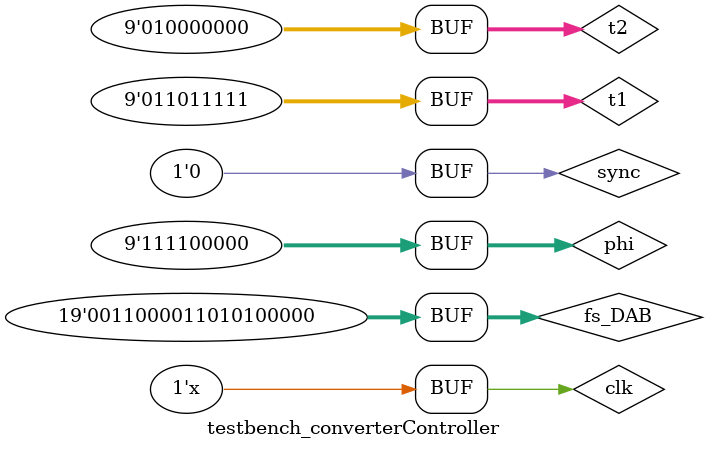
<source format=v>
`timescale 1ns / 1ps


module testbench_converterController;

	// Inputs
	reg clk;
	reg [8:0] t1;
	reg [8:0] t2;
	reg [8:0] phi;
	reg [18:0] fs_DAB;
	reg sync;

	// Outputs
	wire [1:0] V1;
	wire [1:0] V2;


	always 
	begin
	#5 clk= ~clk;
	end
	// Instantiate the Unit Under Test (UUT)
	top uut (
		.clk(clk), 
		.t1(t1), 
		.t2(t2), 
		.phi(phi), 
		.fs_DAB(fs_DAB), 
		.sync(sync), 
		.V1(V1), 
		.V2(V2)
	);

	initial begin
		// Initialize Inputs
		clk = 0;

		/*
		NOTA:
		t1 y t2 se mueve entre 0 y 255  (0 a pi)
		phi se mueve entre -255 y 255   (-pi a pi)
		*/



		////// MODE 1
		/*
		t1 = 9'd223; //CORRESPONDE A 7PI/8
		t2 = 9'd128;//CORRESPONDE A PI/2
		phi = 9'd64; //CORRESPONDE A PI/4
		
		*/
		//////////////////////////////

		////// MODE 2
		
		t1 = 9'd223; //CORRESPONDE A 7PI/8
		t2 = 9'd128; //CORRESPONDE A PI/2
		phi = -9'd32; //CORRESPONDE A -PI/8
		
		//////////////////

		fs_DAB = 19'd100000; // OPERANDO A 100KHz

		sync = 0;


		// Wait 100 ns for global reset to finish
		#1000;
		sync =1;
		#100
		sync=0;        
		// Add stimulus here

	end


      
endmodule


</source>
